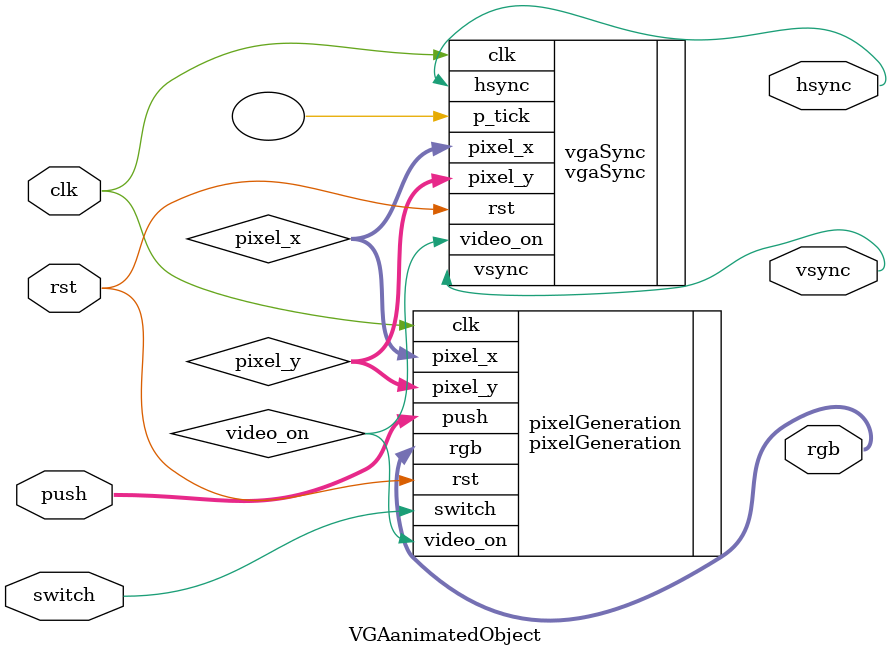
<source format=v>
module VGAanimatedObject(clk, rst, switch, push, hsync, vsync, rgb);

input clk, rst;
input switch;
input [3:0] push;
output hsync, vsync;
output [2:0] rgb;

wire video_on;
wire [9:0] pixel_x, pixel_y;

// instantiate vgaSync and pixelGeneration circuit
vgaSync vgaSync(.clk(clk), .rst(rst), .hsync(hsync), .vsync(vsync), .video_on(video_on), .p_tick(), .pixel_x(pixel_x), .pixel_y(pixel_y));

pixelGeneration pixelGeneration(.clk(clk), .rst(rst), .push(push), .switch(switch), .pixel_x(pixel_x), .pixel_y(pixel_y), .video_on(video_on), .rgb(rgb));

endmodule

</source>
